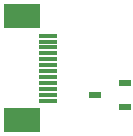
<source format=gbp>
G04*
G04 #@! TF.GenerationSoftware,Altium Limited,Altium Designer,23.10.1 (27)*
G04*
G04 Layer_Color=128*
%FSLAX44Y44*%
%MOMM*%
G71*
G04*
G04 #@! TF.SameCoordinates,25226DB3-9521-4D1C-9E54-C7AF66E27BCA*
G04*
G04*
G04 #@! TF.FilePolarity,Positive*
G04*
G01*
G75*
%ADD39R,1.0000X0.6000*%
%ADD46R,1.6016X0.4016*%
%ADD47R,3.1016X2.1016*%
D39*
X442068Y220566D02*
D03*
X417068Y210566D02*
D03*
X442068Y200566D02*
D03*
D46*
X377439Y206037D02*
D03*
Y211033D02*
D03*
Y216032D02*
D03*
Y221033D02*
D03*
Y226032D02*
D03*
Y231033D02*
D03*
Y236032D02*
D03*
Y241033D02*
D03*
Y246032D02*
D03*
Y251033D02*
D03*
Y256032D02*
D03*
Y261033D02*
D03*
D47*
X354896Y189278D02*
D03*
X354838Y277876D02*
D03*
M02*

</source>
